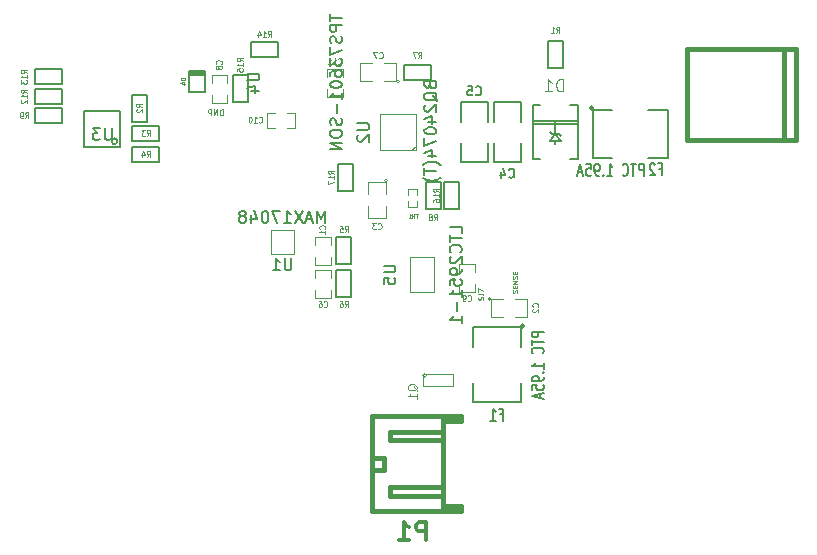
<source format=gbo>
G04 (created by PCBNEW (2013-05-31 BZR 4019)-stable) date 3/21/2014 3:32:42 PM*
%MOIN*%
G04 Gerber Fmt 3.4, Leading zero omitted, Abs format*
%FSLAX34Y34*%
G01*
G70*
G90*
G04 APERTURE LIST*
%ADD10C,0.00590551*%
%ADD11C,0.00492126*%
%ADD12C,0.0031*%
%ADD13C,0.005*%
%ADD14C,0.015*%
%ADD15C,0.0047*%
%ADD16C,0.0039*%
%ADD17C,0.006*%
%ADD18C,0.0028*%
%ADD19C,0.0019685*%
%ADD20C,0.0045*%
%ADD21C,0.012*%
%ADD22C,0.0043*%
%ADD23C,0.0035*%
G04 APERTURE END LIST*
G54D10*
G54D11*
X87023Y-48639D02*
X87023Y-48442D01*
X86976Y-48442D01*
X86948Y-48452D01*
X86929Y-48470D01*
X86919Y-48489D01*
X86910Y-48527D01*
X86910Y-48555D01*
X86919Y-48592D01*
X86929Y-48611D01*
X86948Y-48630D01*
X86976Y-48639D01*
X87023Y-48639D01*
X86826Y-48639D02*
X86826Y-48442D01*
X86713Y-48639D01*
X86713Y-48442D01*
X86620Y-48639D02*
X86620Y-48442D01*
X86545Y-48442D01*
X86526Y-48452D01*
X86516Y-48461D01*
X86507Y-48480D01*
X86507Y-48508D01*
X86516Y-48527D01*
X86526Y-48536D01*
X86545Y-48545D01*
X86620Y-48545D01*
G54D12*
X93799Y-57312D02*
G75*
G03X93799Y-57312I-62J0D01*
G74*
G01*
X94700Y-57650D02*
X94700Y-57250D01*
X93675Y-57650D02*
X93675Y-57250D01*
X94700Y-57250D02*
X93675Y-57250D01*
X93675Y-57650D02*
X94700Y-57650D01*
G54D13*
X80750Y-48900D02*
X81650Y-48900D01*
X81650Y-48900D02*
X81650Y-48400D01*
X81650Y-48400D02*
X80750Y-48400D01*
X80750Y-48400D02*
X80750Y-48900D01*
X80750Y-47600D02*
X81650Y-47600D01*
X81650Y-47600D02*
X81650Y-47100D01*
X81650Y-47100D02*
X80750Y-47100D01*
X80750Y-47100D02*
X80750Y-47600D01*
X91350Y-51150D02*
X91350Y-50250D01*
X91350Y-50250D02*
X90850Y-50250D01*
X90850Y-50250D02*
X90850Y-51150D01*
X90850Y-51150D02*
X91350Y-51150D01*
X80750Y-48250D02*
X81650Y-48250D01*
X81650Y-48250D02*
X81650Y-47750D01*
X81650Y-47750D02*
X80750Y-47750D01*
X80750Y-47750D02*
X80750Y-48250D01*
X90800Y-53800D02*
X90800Y-54700D01*
X90800Y-54700D02*
X91300Y-54700D01*
X91300Y-54700D02*
X91300Y-53800D01*
X91300Y-53800D02*
X90800Y-53800D01*
X90800Y-52700D02*
X90800Y-53600D01*
X90800Y-53600D02*
X91300Y-53600D01*
X91300Y-53600D02*
X91300Y-52700D01*
X91300Y-52700D02*
X90800Y-52700D01*
X84900Y-49700D02*
X84000Y-49700D01*
X84000Y-49700D02*
X84000Y-50200D01*
X84000Y-50200D02*
X84900Y-50200D01*
X84900Y-50200D02*
X84900Y-49700D01*
X84900Y-49000D02*
X84000Y-49000D01*
X84000Y-49000D02*
X84000Y-49500D01*
X84000Y-49500D02*
X84900Y-49500D01*
X84900Y-49500D02*
X84900Y-49000D01*
X98350Y-47050D02*
X98350Y-46150D01*
X98350Y-46150D02*
X97850Y-46150D01*
X97850Y-46150D02*
X97850Y-47050D01*
X97850Y-47050D02*
X98350Y-47050D01*
X88850Y-46200D02*
X87950Y-46200D01*
X87950Y-46200D02*
X87950Y-46700D01*
X87950Y-46700D02*
X88850Y-46700D01*
X88850Y-46700D02*
X88850Y-46200D01*
X87850Y-48200D02*
X87850Y-47300D01*
X87850Y-47300D02*
X87350Y-47300D01*
X87350Y-47300D02*
X87350Y-48200D01*
X87350Y-48200D02*
X87850Y-48200D01*
X84000Y-47950D02*
X84000Y-48850D01*
X84000Y-48850D02*
X84500Y-48850D01*
X84500Y-48850D02*
X84500Y-47950D01*
X84500Y-47950D02*
X84000Y-47950D01*
G54D14*
X91994Y-61825D02*
X94947Y-61825D01*
X94947Y-58675D02*
X91994Y-58675D01*
X94947Y-58675D02*
X94947Y-58833D01*
X94356Y-58754D02*
X94947Y-58754D01*
X94947Y-58833D02*
X94356Y-58833D01*
X94947Y-61746D02*
X94356Y-61746D01*
X94356Y-61667D02*
X94947Y-61667D01*
X94947Y-61667D02*
X94947Y-61825D01*
X91994Y-60447D02*
X92388Y-60447D01*
X92388Y-60447D02*
X92388Y-60053D01*
X92388Y-60053D02*
X91994Y-60053D01*
X94356Y-61037D02*
X92585Y-61037D01*
X92585Y-61037D02*
X92585Y-61313D01*
X92585Y-61313D02*
X94356Y-61313D01*
X94356Y-59463D02*
X92585Y-59463D01*
X92585Y-59463D02*
X92585Y-59187D01*
X92585Y-59187D02*
X94356Y-59187D01*
X91994Y-61825D02*
X91994Y-58675D01*
X94356Y-58675D02*
X94356Y-61825D01*
X91994Y-60762D02*
X91994Y-60880D01*
G54D15*
X95406Y-54247D02*
X95406Y-54522D01*
X95406Y-53853D02*
X95406Y-53578D01*
X94894Y-54247D02*
X94894Y-54522D01*
X94894Y-53578D02*
X94894Y-53853D01*
X94900Y-54522D02*
X95400Y-54522D01*
X95400Y-53578D02*
X94900Y-53578D01*
X90606Y-53347D02*
X90606Y-53622D01*
X90606Y-52953D02*
X90606Y-52678D01*
X90094Y-53347D02*
X90094Y-53622D01*
X90094Y-52678D02*
X90094Y-52953D01*
X90100Y-53622D02*
X90600Y-53622D01*
X90600Y-52678D02*
X90100Y-52678D01*
G54D14*
X105717Y-46434D02*
X105717Y-49466D01*
X106111Y-46434D02*
X106111Y-49466D01*
X106111Y-49466D02*
X102489Y-49466D01*
X102489Y-49466D02*
X102489Y-46434D01*
X102489Y-46434D02*
X106111Y-46434D01*
G54D15*
X86644Y-47553D02*
X86644Y-47278D01*
X86644Y-47947D02*
X86644Y-48222D01*
X87156Y-47553D02*
X87156Y-47278D01*
X87156Y-48222D02*
X87156Y-47947D01*
X87150Y-47278D02*
X86650Y-47278D01*
X86650Y-48222D02*
X87150Y-48222D01*
G54D13*
X99370Y-48400D02*
G75*
G03X99370Y-48400I-70J0D01*
G74*
G01*
X101200Y-48450D02*
X101850Y-48450D01*
X101850Y-48450D02*
X101850Y-50050D01*
X101850Y-50050D02*
X101200Y-50050D01*
X100000Y-50050D02*
X99350Y-50050D01*
X99350Y-50050D02*
X99350Y-48450D01*
X99350Y-48450D02*
X100000Y-48450D01*
X97070Y-55650D02*
G75*
G03X97070Y-55650I-70J0D01*
G74*
G01*
X96950Y-57550D02*
X96950Y-58200D01*
X96950Y-58200D02*
X95350Y-58200D01*
X95350Y-58200D02*
X95350Y-57550D01*
X95350Y-56350D02*
X95350Y-55700D01*
X95350Y-55700D02*
X96950Y-55700D01*
X96950Y-55700D02*
X96950Y-56350D01*
X96050Y-48200D02*
X96950Y-48200D01*
X96950Y-48200D02*
X96950Y-48850D01*
X96050Y-49550D02*
X96050Y-50200D01*
X96050Y-50200D02*
X96950Y-50200D01*
X96950Y-50200D02*
X96950Y-49550D01*
X96050Y-48850D02*
X96050Y-48200D01*
G54D16*
X92500Y-50800D02*
G75*
G03X92500Y-50800I-50J0D01*
G74*
G01*
X92450Y-51250D02*
X92450Y-50850D01*
X92450Y-50850D02*
X91850Y-50850D01*
X91850Y-50850D02*
X91850Y-51250D01*
X91850Y-51650D02*
X91850Y-52050D01*
X91850Y-52050D02*
X92450Y-52050D01*
X92450Y-52050D02*
X92450Y-51650D01*
G54D13*
X93775Y-50850D02*
X93775Y-51750D01*
X93775Y-51750D02*
X94275Y-51750D01*
X94275Y-51750D02*
X94275Y-50850D01*
X94275Y-50850D02*
X93775Y-50850D01*
X93950Y-46950D02*
X93050Y-46950D01*
X93050Y-46950D02*
X93050Y-47450D01*
X93050Y-47450D02*
X93950Y-47450D01*
X93950Y-47450D02*
X93950Y-46950D01*
X94950Y-48200D02*
X95850Y-48200D01*
X95850Y-48200D02*
X95850Y-48850D01*
X94950Y-49550D02*
X94950Y-50200D01*
X94950Y-50200D02*
X95850Y-50200D01*
X95850Y-50200D02*
X95850Y-49550D01*
X94950Y-48850D02*
X94950Y-48200D01*
G54D16*
X95950Y-54750D02*
G75*
G03X95950Y-54750I-50J0D01*
G74*
G01*
X96350Y-54750D02*
X95950Y-54750D01*
X95950Y-54750D02*
X95950Y-55350D01*
X95950Y-55350D02*
X96350Y-55350D01*
X96750Y-55350D02*
X97150Y-55350D01*
X97150Y-55350D02*
X97150Y-54750D01*
X97150Y-54750D02*
X96750Y-54750D01*
X92900Y-47500D02*
G75*
G03X92900Y-47500I-50J0D01*
G74*
G01*
X92400Y-47500D02*
X92800Y-47500D01*
X92800Y-47500D02*
X92800Y-46900D01*
X92800Y-46900D02*
X92400Y-46900D01*
X92000Y-46900D02*
X91600Y-46900D01*
X91600Y-46900D02*
X91600Y-47500D01*
X91600Y-47500D02*
X92000Y-47500D01*
G54D17*
X83500Y-49500D02*
G75*
G03X83500Y-49500I-100J0D01*
G74*
G01*
X82400Y-49700D02*
X83600Y-49700D01*
X83600Y-49700D02*
X83600Y-48500D01*
X83600Y-48500D02*
X82400Y-48500D01*
X82400Y-48500D02*
X82400Y-49700D01*
G54D13*
X98100Y-49500D02*
X98100Y-49580D01*
X98850Y-50100D02*
X98850Y-48300D01*
X98850Y-48300D02*
X98600Y-48300D01*
X97350Y-48940D02*
X98850Y-48940D01*
X97350Y-48810D02*
X98850Y-48810D01*
X97600Y-50100D02*
X97350Y-50100D01*
X97350Y-50100D02*
X97350Y-48300D01*
X97350Y-48300D02*
X97600Y-48300D01*
X98600Y-50100D02*
X98850Y-50100D01*
X98100Y-49250D02*
X98287Y-49500D01*
X98287Y-49500D02*
X98100Y-49500D01*
X98100Y-49500D02*
X97913Y-49500D01*
X97913Y-49500D02*
X98100Y-49250D01*
X98100Y-49250D02*
X98225Y-49250D01*
X98225Y-49250D02*
X98287Y-49312D01*
X98100Y-49250D02*
X97975Y-49250D01*
X97975Y-49250D02*
X97913Y-49188D01*
X98100Y-49250D02*
X98100Y-48813D01*
X86426Y-47185D02*
X85874Y-47185D01*
X85874Y-47224D02*
X86426Y-47224D01*
X86426Y-47264D02*
X85874Y-47264D01*
X86426Y-47303D02*
X85874Y-47303D01*
X86426Y-47146D02*
X86426Y-47854D01*
X86426Y-47854D02*
X85874Y-47854D01*
X85874Y-47854D02*
X85874Y-47146D01*
X85874Y-47146D02*
X86426Y-47146D01*
G54D15*
X90606Y-54447D02*
X90606Y-54722D01*
X90606Y-54053D02*
X90606Y-53778D01*
X90094Y-54447D02*
X90094Y-54722D01*
X90094Y-53778D02*
X90094Y-54053D01*
X90100Y-54722D02*
X90600Y-54722D01*
X90600Y-53778D02*
X90100Y-53778D01*
X89147Y-48544D02*
X89422Y-48544D01*
X88753Y-48544D02*
X88478Y-48544D01*
X89147Y-49056D02*
X89422Y-49056D01*
X88478Y-49056D02*
X88753Y-49056D01*
X89422Y-49050D02*
X89422Y-48550D01*
X88478Y-48550D02*
X88478Y-49050D01*
G54D18*
X93200Y-51300D02*
X93200Y-51100D01*
X93200Y-51100D02*
X93500Y-51100D01*
X93500Y-51100D02*
X93500Y-51300D01*
X93200Y-51500D02*
X93200Y-51700D01*
X93200Y-51700D02*
X93500Y-51700D01*
X93500Y-51700D02*
X93500Y-51500D01*
G54D13*
X94400Y-50850D02*
X94400Y-51750D01*
X94400Y-51750D02*
X94900Y-51750D01*
X94900Y-51750D02*
X94900Y-50850D01*
X94900Y-50850D02*
X94400Y-50850D01*
G54D15*
X90494Y-47353D02*
X90494Y-47078D01*
X90494Y-47747D02*
X90494Y-48022D01*
X91006Y-47353D02*
X91006Y-47078D01*
X91006Y-48022D02*
X91006Y-47747D01*
X91000Y-47078D02*
X90500Y-47078D01*
X90500Y-48022D02*
X91000Y-48022D01*
G54D19*
X93302Y-49790D02*
X93440Y-49652D01*
X93440Y-49790D02*
X93440Y-48609D01*
X93440Y-48609D02*
X92259Y-48609D01*
X92259Y-48609D02*
X92259Y-49790D01*
X92259Y-49790D02*
X93440Y-49790D01*
X94043Y-54540D02*
X93256Y-54540D01*
X94043Y-53359D02*
X93256Y-53359D01*
X93256Y-54540D02*
X93256Y-53359D01*
X94043Y-53359D02*
X94043Y-54540D01*
X89393Y-52456D02*
X88606Y-52456D01*
X88606Y-52456D02*
X88606Y-53243D01*
X88606Y-53243D02*
X89393Y-53243D01*
X89393Y-53243D02*
X89393Y-52456D01*
G54D15*
X93500Y-57821D02*
X93485Y-57792D01*
X93457Y-57764D01*
X93414Y-57721D01*
X93400Y-57692D01*
X93400Y-57664D01*
X93471Y-57678D02*
X93457Y-57650D01*
X93428Y-57621D01*
X93371Y-57607D01*
X93271Y-57607D01*
X93214Y-57621D01*
X93185Y-57650D01*
X93171Y-57678D01*
X93171Y-57735D01*
X93185Y-57764D01*
X93214Y-57792D01*
X93271Y-57807D01*
X93371Y-57807D01*
X93428Y-57792D01*
X93457Y-57764D01*
X93471Y-57735D01*
X93471Y-57678D01*
X93471Y-58092D02*
X93471Y-57921D01*
X93471Y-58007D02*
X93171Y-58007D01*
X93214Y-57978D01*
X93242Y-57950D01*
X93257Y-57921D01*
G54D20*
X80430Y-48730D02*
X80490Y-48635D01*
X80532Y-48730D02*
X80532Y-48530D01*
X80464Y-48530D01*
X80447Y-48540D01*
X80438Y-48550D01*
X80430Y-48569D01*
X80430Y-48597D01*
X80438Y-48616D01*
X80447Y-48626D01*
X80464Y-48635D01*
X80532Y-48635D01*
X80344Y-48730D02*
X80310Y-48730D01*
X80292Y-48721D01*
X80284Y-48711D01*
X80267Y-48683D01*
X80258Y-48645D01*
X80258Y-48569D01*
X80267Y-48550D01*
X80275Y-48540D01*
X80292Y-48530D01*
X80327Y-48530D01*
X80344Y-48540D01*
X80352Y-48550D01*
X80361Y-48569D01*
X80361Y-48616D01*
X80352Y-48635D01*
X80344Y-48645D01*
X80327Y-48654D01*
X80292Y-48654D01*
X80275Y-48645D01*
X80267Y-48635D01*
X80258Y-48616D01*
X80480Y-47234D02*
X80385Y-47174D01*
X80480Y-47131D02*
X80280Y-47131D01*
X80280Y-47200D01*
X80290Y-47217D01*
X80300Y-47225D01*
X80319Y-47234D01*
X80347Y-47234D01*
X80366Y-47225D01*
X80376Y-47217D01*
X80385Y-47200D01*
X80385Y-47131D01*
X80480Y-47405D02*
X80480Y-47302D01*
X80480Y-47354D02*
X80280Y-47354D01*
X80309Y-47337D01*
X80328Y-47320D01*
X80338Y-47302D01*
X80280Y-47465D02*
X80280Y-47577D01*
X80357Y-47517D01*
X80357Y-47542D01*
X80366Y-47560D01*
X80376Y-47568D01*
X80395Y-47577D01*
X80442Y-47577D01*
X80461Y-47568D01*
X80471Y-47560D01*
X80480Y-47542D01*
X80480Y-47491D01*
X80471Y-47474D01*
X80461Y-47465D01*
X90730Y-50584D02*
X90635Y-50524D01*
X90730Y-50481D02*
X90530Y-50481D01*
X90530Y-50550D01*
X90540Y-50567D01*
X90550Y-50575D01*
X90569Y-50584D01*
X90597Y-50584D01*
X90616Y-50575D01*
X90626Y-50567D01*
X90635Y-50550D01*
X90635Y-50481D01*
X90730Y-50755D02*
X90730Y-50652D01*
X90730Y-50704D02*
X90530Y-50704D01*
X90559Y-50687D01*
X90578Y-50670D01*
X90588Y-50652D01*
X90530Y-50815D02*
X90530Y-50935D01*
X90730Y-50858D01*
X80480Y-47884D02*
X80385Y-47824D01*
X80480Y-47781D02*
X80280Y-47781D01*
X80280Y-47850D01*
X80290Y-47867D01*
X80300Y-47875D01*
X80319Y-47884D01*
X80347Y-47884D01*
X80366Y-47875D01*
X80376Y-47867D01*
X80385Y-47850D01*
X80385Y-47781D01*
X80480Y-48055D02*
X80480Y-47952D01*
X80480Y-48004D02*
X80280Y-48004D01*
X80309Y-47987D01*
X80328Y-47970D01*
X80338Y-47952D01*
X80300Y-48124D02*
X80290Y-48132D01*
X80280Y-48150D01*
X80280Y-48192D01*
X80290Y-48210D01*
X80300Y-48218D01*
X80319Y-48227D01*
X80338Y-48227D01*
X80366Y-48218D01*
X80480Y-48115D01*
X80480Y-48227D01*
X91080Y-55030D02*
X91140Y-54935D01*
X91182Y-55030D02*
X91182Y-54830D01*
X91114Y-54830D01*
X91097Y-54840D01*
X91088Y-54850D01*
X91080Y-54869D01*
X91080Y-54897D01*
X91088Y-54916D01*
X91097Y-54926D01*
X91114Y-54935D01*
X91182Y-54935D01*
X90925Y-54830D02*
X90960Y-54830D01*
X90977Y-54840D01*
X90985Y-54850D01*
X91002Y-54878D01*
X91011Y-54916D01*
X91011Y-54992D01*
X91002Y-55011D01*
X90994Y-55021D01*
X90977Y-55030D01*
X90942Y-55030D01*
X90925Y-55021D01*
X90917Y-55011D01*
X90908Y-54992D01*
X90908Y-54945D01*
X90917Y-54926D01*
X90925Y-54916D01*
X90942Y-54907D01*
X90977Y-54907D01*
X90994Y-54916D01*
X91002Y-54926D01*
X91011Y-54945D01*
X91080Y-52530D02*
X91140Y-52435D01*
X91182Y-52530D02*
X91182Y-52330D01*
X91114Y-52330D01*
X91097Y-52340D01*
X91088Y-52350D01*
X91080Y-52369D01*
X91080Y-52397D01*
X91088Y-52416D01*
X91097Y-52426D01*
X91114Y-52435D01*
X91182Y-52435D01*
X90917Y-52330D02*
X91002Y-52330D01*
X91011Y-52426D01*
X91002Y-52416D01*
X90985Y-52407D01*
X90942Y-52407D01*
X90925Y-52416D01*
X90917Y-52426D01*
X90908Y-52445D01*
X90908Y-52492D01*
X90917Y-52511D01*
X90925Y-52521D01*
X90942Y-52530D01*
X90985Y-52530D01*
X91002Y-52521D01*
X91011Y-52511D01*
X84480Y-50030D02*
X84540Y-49935D01*
X84582Y-50030D02*
X84582Y-49830D01*
X84514Y-49830D01*
X84497Y-49840D01*
X84488Y-49850D01*
X84480Y-49869D01*
X84480Y-49897D01*
X84488Y-49916D01*
X84497Y-49926D01*
X84514Y-49935D01*
X84582Y-49935D01*
X84325Y-49897D02*
X84325Y-50030D01*
X84368Y-49821D02*
X84411Y-49964D01*
X84300Y-49964D01*
X84480Y-49330D02*
X84540Y-49235D01*
X84582Y-49330D02*
X84582Y-49130D01*
X84514Y-49130D01*
X84497Y-49140D01*
X84488Y-49150D01*
X84480Y-49169D01*
X84480Y-49197D01*
X84488Y-49216D01*
X84497Y-49226D01*
X84514Y-49235D01*
X84582Y-49235D01*
X84420Y-49130D02*
X84308Y-49130D01*
X84368Y-49207D01*
X84342Y-49207D01*
X84325Y-49216D01*
X84317Y-49226D01*
X84308Y-49245D01*
X84308Y-49292D01*
X84317Y-49311D01*
X84325Y-49321D01*
X84342Y-49330D01*
X84394Y-49330D01*
X84411Y-49321D01*
X84420Y-49311D01*
X98130Y-45880D02*
X98190Y-45785D01*
X98232Y-45880D02*
X98232Y-45680D01*
X98164Y-45680D01*
X98147Y-45690D01*
X98138Y-45700D01*
X98130Y-45719D01*
X98130Y-45747D01*
X98138Y-45766D01*
X98147Y-45776D01*
X98164Y-45785D01*
X98232Y-45785D01*
X97958Y-45880D02*
X98061Y-45880D01*
X98010Y-45880D02*
X98010Y-45680D01*
X98027Y-45709D01*
X98044Y-45728D01*
X98061Y-45738D01*
X88515Y-46030D02*
X88575Y-45935D01*
X88618Y-46030D02*
X88618Y-45830D01*
X88550Y-45830D01*
X88532Y-45840D01*
X88524Y-45850D01*
X88515Y-45869D01*
X88515Y-45897D01*
X88524Y-45916D01*
X88532Y-45926D01*
X88550Y-45935D01*
X88618Y-45935D01*
X88344Y-46030D02*
X88447Y-46030D01*
X88395Y-46030D02*
X88395Y-45830D01*
X88412Y-45859D01*
X88430Y-45878D01*
X88447Y-45888D01*
X88190Y-45897D02*
X88190Y-46030D01*
X88232Y-45821D02*
X88275Y-45964D01*
X88164Y-45964D01*
X87680Y-46834D02*
X87585Y-46774D01*
X87680Y-46731D02*
X87480Y-46731D01*
X87480Y-46800D01*
X87490Y-46817D01*
X87500Y-46825D01*
X87519Y-46834D01*
X87547Y-46834D01*
X87566Y-46825D01*
X87576Y-46817D01*
X87585Y-46800D01*
X87585Y-46731D01*
X87680Y-47005D02*
X87680Y-46902D01*
X87680Y-46954D02*
X87480Y-46954D01*
X87509Y-46937D01*
X87528Y-46920D01*
X87538Y-46902D01*
X87480Y-47168D02*
X87480Y-47082D01*
X87576Y-47074D01*
X87566Y-47082D01*
X87557Y-47100D01*
X87557Y-47142D01*
X87566Y-47160D01*
X87576Y-47168D01*
X87595Y-47177D01*
X87642Y-47177D01*
X87661Y-47168D01*
X87671Y-47160D01*
X87680Y-47142D01*
X87680Y-47100D01*
X87671Y-47082D01*
X87661Y-47074D01*
X84330Y-48370D02*
X84235Y-48310D01*
X84330Y-48267D02*
X84130Y-48267D01*
X84130Y-48335D01*
X84140Y-48352D01*
X84150Y-48361D01*
X84169Y-48370D01*
X84197Y-48370D01*
X84216Y-48361D01*
X84226Y-48352D01*
X84235Y-48335D01*
X84235Y-48267D01*
X84150Y-48438D02*
X84140Y-48447D01*
X84130Y-48464D01*
X84130Y-48507D01*
X84140Y-48524D01*
X84150Y-48532D01*
X84169Y-48541D01*
X84188Y-48541D01*
X84216Y-48532D01*
X84330Y-48430D01*
X84330Y-48541D01*
G54D21*
X93792Y-62792D02*
X93792Y-62192D01*
X93564Y-62192D01*
X93507Y-62221D01*
X93478Y-62250D01*
X93450Y-62307D01*
X93450Y-62392D01*
X93478Y-62450D01*
X93507Y-62478D01*
X93564Y-62507D01*
X93792Y-62507D01*
X92878Y-62792D02*
X93221Y-62792D01*
X93050Y-62792D02*
X93050Y-62192D01*
X93107Y-62278D01*
X93164Y-62335D01*
X93221Y-62364D01*
G54D20*
X95180Y-54811D02*
X95188Y-54821D01*
X95214Y-54830D01*
X95231Y-54830D01*
X95257Y-54821D01*
X95274Y-54802D01*
X95282Y-54783D01*
X95291Y-54745D01*
X95291Y-54716D01*
X95282Y-54678D01*
X95274Y-54659D01*
X95257Y-54640D01*
X95231Y-54630D01*
X95214Y-54630D01*
X95188Y-54640D01*
X95180Y-54650D01*
X95094Y-54830D02*
X95060Y-54830D01*
X95042Y-54821D01*
X95034Y-54811D01*
X95017Y-54783D01*
X95008Y-54745D01*
X95008Y-54669D01*
X95017Y-54650D01*
X95025Y-54640D01*
X95042Y-54630D01*
X95077Y-54630D01*
X95094Y-54640D01*
X95102Y-54650D01*
X95111Y-54669D01*
X95111Y-54716D01*
X95102Y-54735D01*
X95094Y-54745D01*
X95077Y-54754D01*
X95042Y-54754D01*
X95025Y-54745D01*
X95017Y-54735D01*
X95008Y-54716D01*
X90411Y-52420D02*
X90421Y-52411D01*
X90430Y-52385D01*
X90430Y-52368D01*
X90421Y-52342D01*
X90402Y-52325D01*
X90383Y-52317D01*
X90345Y-52308D01*
X90316Y-52308D01*
X90278Y-52317D01*
X90259Y-52325D01*
X90240Y-52342D01*
X90230Y-52368D01*
X90230Y-52385D01*
X90240Y-52411D01*
X90250Y-52420D01*
X90430Y-52591D02*
X90430Y-52488D01*
X90430Y-52540D02*
X90230Y-52540D01*
X90259Y-52522D01*
X90278Y-52505D01*
X90288Y-52488D01*
X86961Y-46920D02*
X86971Y-46911D01*
X86980Y-46885D01*
X86980Y-46868D01*
X86971Y-46842D01*
X86952Y-46825D01*
X86933Y-46817D01*
X86895Y-46808D01*
X86866Y-46808D01*
X86828Y-46817D01*
X86809Y-46825D01*
X86790Y-46842D01*
X86780Y-46868D01*
X86780Y-46885D01*
X86790Y-46911D01*
X86800Y-46920D01*
X86866Y-47022D02*
X86857Y-47005D01*
X86847Y-46997D01*
X86828Y-46988D01*
X86819Y-46988D01*
X86800Y-46997D01*
X86790Y-47005D01*
X86780Y-47022D01*
X86780Y-47057D01*
X86790Y-47074D01*
X86800Y-47082D01*
X86819Y-47091D01*
X86828Y-47091D01*
X86847Y-47082D01*
X86857Y-47074D01*
X86866Y-47057D01*
X86866Y-47022D01*
X86876Y-47005D01*
X86885Y-46997D01*
X86904Y-46988D01*
X86942Y-46988D01*
X86961Y-46997D01*
X86971Y-47005D01*
X86980Y-47022D01*
X86980Y-47057D01*
X86971Y-47074D01*
X86961Y-47082D01*
X86942Y-47091D01*
X86904Y-47091D01*
X86885Y-47082D01*
X86876Y-47074D01*
X86866Y-47057D01*
G54D13*
X101559Y-50432D02*
X101659Y-50432D01*
X101659Y-50641D02*
X101659Y-50241D01*
X101517Y-50241D01*
X101417Y-50280D02*
X101402Y-50260D01*
X101374Y-50241D01*
X101302Y-50241D01*
X101274Y-50260D01*
X101259Y-50280D01*
X101245Y-50318D01*
X101245Y-50356D01*
X101259Y-50413D01*
X101431Y-50641D01*
X101245Y-50641D01*
X101045Y-50651D02*
X101045Y-50251D01*
X100931Y-50251D01*
X100902Y-50270D01*
X100888Y-50290D01*
X100874Y-50328D01*
X100874Y-50385D01*
X100888Y-50423D01*
X100902Y-50442D01*
X100931Y-50461D01*
X101045Y-50461D01*
X100788Y-50251D02*
X100617Y-50251D01*
X100702Y-50651D02*
X100702Y-50251D01*
X100345Y-50613D02*
X100360Y-50632D01*
X100402Y-50651D01*
X100431Y-50651D01*
X100474Y-50632D01*
X100502Y-50594D01*
X100517Y-50556D01*
X100531Y-50480D01*
X100531Y-50423D01*
X100517Y-50347D01*
X100502Y-50309D01*
X100474Y-50270D01*
X100431Y-50251D01*
X100402Y-50251D01*
X100360Y-50270D01*
X100345Y-50290D01*
X99831Y-50651D02*
X100002Y-50651D01*
X99917Y-50651D02*
X99917Y-50251D01*
X99945Y-50309D01*
X99974Y-50347D01*
X100002Y-50366D01*
X99702Y-50613D02*
X99688Y-50632D01*
X99702Y-50651D01*
X99717Y-50632D01*
X99702Y-50613D01*
X99702Y-50651D01*
X99545Y-50651D02*
X99488Y-50651D01*
X99460Y-50632D01*
X99445Y-50613D01*
X99417Y-50556D01*
X99402Y-50480D01*
X99402Y-50328D01*
X99417Y-50290D01*
X99431Y-50270D01*
X99460Y-50251D01*
X99517Y-50251D01*
X99545Y-50270D01*
X99560Y-50290D01*
X99574Y-50328D01*
X99574Y-50423D01*
X99560Y-50461D01*
X99545Y-50480D01*
X99517Y-50499D01*
X99460Y-50499D01*
X99431Y-50480D01*
X99417Y-50461D01*
X99402Y-50423D01*
X99131Y-50251D02*
X99274Y-50251D01*
X99288Y-50442D01*
X99274Y-50423D01*
X99245Y-50404D01*
X99174Y-50404D01*
X99145Y-50423D01*
X99131Y-50442D01*
X99117Y-50480D01*
X99117Y-50575D01*
X99131Y-50613D01*
X99145Y-50632D01*
X99174Y-50651D01*
X99245Y-50651D01*
X99274Y-50632D01*
X99288Y-50613D01*
X99002Y-50537D02*
X98860Y-50537D01*
X99031Y-50651D02*
X98931Y-50251D01*
X98831Y-50651D01*
X96249Y-58602D02*
X96349Y-58602D01*
X96349Y-58811D02*
X96349Y-58411D01*
X96207Y-58411D01*
X95935Y-58811D02*
X96107Y-58811D01*
X96021Y-58811D02*
X96021Y-58411D01*
X96049Y-58469D01*
X96078Y-58507D01*
X96107Y-58526D01*
X97711Y-55864D02*
X97311Y-55864D01*
X97311Y-55978D01*
X97330Y-56007D01*
X97350Y-56021D01*
X97388Y-56035D01*
X97445Y-56035D01*
X97483Y-56021D01*
X97502Y-56007D01*
X97521Y-55978D01*
X97521Y-55864D01*
X97311Y-56121D02*
X97311Y-56292D01*
X97711Y-56207D02*
X97311Y-56207D01*
X97673Y-56564D02*
X97692Y-56550D01*
X97711Y-56507D01*
X97711Y-56478D01*
X97692Y-56435D01*
X97654Y-56407D01*
X97616Y-56392D01*
X97540Y-56378D01*
X97483Y-56378D01*
X97407Y-56392D01*
X97369Y-56407D01*
X97330Y-56435D01*
X97311Y-56478D01*
X97311Y-56507D01*
X97330Y-56550D01*
X97350Y-56564D01*
X97711Y-57078D02*
X97711Y-56907D01*
X97711Y-56992D02*
X97311Y-56992D01*
X97369Y-56964D01*
X97407Y-56935D01*
X97426Y-56907D01*
X97673Y-57207D02*
X97692Y-57221D01*
X97711Y-57207D01*
X97692Y-57192D01*
X97673Y-57207D01*
X97711Y-57207D01*
X97711Y-57364D02*
X97711Y-57421D01*
X97692Y-57450D01*
X97673Y-57464D01*
X97616Y-57492D01*
X97540Y-57507D01*
X97388Y-57507D01*
X97350Y-57492D01*
X97330Y-57478D01*
X97311Y-57450D01*
X97311Y-57392D01*
X97330Y-57364D01*
X97350Y-57350D01*
X97388Y-57335D01*
X97483Y-57335D01*
X97521Y-57350D01*
X97540Y-57364D01*
X97559Y-57392D01*
X97559Y-57450D01*
X97540Y-57478D01*
X97521Y-57492D01*
X97483Y-57507D01*
X97311Y-57778D02*
X97311Y-57635D01*
X97502Y-57621D01*
X97483Y-57635D01*
X97464Y-57664D01*
X97464Y-57735D01*
X97483Y-57764D01*
X97502Y-57778D01*
X97540Y-57792D01*
X97635Y-57792D01*
X97673Y-57778D01*
X97692Y-57764D01*
X97711Y-57735D01*
X97711Y-57664D01*
X97692Y-57635D01*
X97673Y-57621D01*
X97597Y-57907D02*
X97597Y-58049D01*
X97711Y-57878D02*
X97311Y-57978D01*
X97711Y-58078D01*
X96550Y-50692D02*
X96564Y-50707D01*
X96607Y-50721D01*
X96635Y-50721D01*
X96678Y-50707D01*
X96707Y-50678D01*
X96721Y-50650D01*
X96735Y-50592D01*
X96735Y-50550D01*
X96721Y-50492D01*
X96707Y-50464D01*
X96678Y-50435D01*
X96635Y-50421D01*
X96607Y-50421D01*
X96564Y-50435D01*
X96550Y-50450D01*
X96292Y-50521D02*
X96292Y-50721D01*
X96364Y-50407D02*
X96435Y-50621D01*
X96250Y-50621D01*
G54D22*
X92182Y-52410D02*
X92192Y-52420D01*
X92220Y-52429D01*
X92239Y-52429D01*
X92267Y-52420D01*
X92286Y-52401D01*
X92295Y-52382D01*
X92304Y-52345D01*
X92304Y-52317D01*
X92295Y-52279D01*
X92286Y-52260D01*
X92267Y-52242D01*
X92239Y-52232D01*
X92220Y-52232D01*
X92192Y-52242D01*
X92182Y-52251D01*
X92117Y-52232D02*
X91995Y-52232D01*
X92060Y-52307D01*
X92032Y-52307D01*
X92013Y-52317D01*
X92004Y-52326D01*
X91995Y-52345D01*
X91995Y-52392D01*
X92004Y-52410D01*
X92013Y-52420D01*
X92032Y-52429D01*
X92089Y-52429D01*
X92107Y-52420D01*
X92117Y-52410D01*
G54D20*
X94055Y-52130D02*
X94115Y-52035D01*
X94157Y-52130D02*
X94157Y-51930D01*
X94089Y-51930D01*
X94072Y-51940D01*
X94063Y-51950D01*
X94055Y-51969D01*
X94055Y-51997D01*
X94063Y-52016D01*
X94072Y-52026D01*
X94089Y-52035D01*
X94157Y-52035D01*
X93952Y-52016D02*
X93969Y-52007D01*
X93977Y-51997D01*
X93986Y-51978D01*
X93986Y-51969D01*
X93977Y-51950D01*
X93969Y-51940D01*
X93952Y-51930D01*
X93917Y-51930D01*
X93900Y-51940D01*
X93892Y-51950D01*
X93883Y-51969D01*
X93883Y-51978D01*
X93892Y-51997D01*
X93900Y-52007D01*
X93917Y-52016D01*
X93952Y-52016D01*
X93969Y-52026D01*
X93977Y-52035D01*
X93986Y-52054D01*
X93986Y-52092D01*
X93977Y-52111D01*
X93969Y-52121D01*
X93952Y-52130D01*
X93917Y-52130D01*
X93900Y-52121D01*
X93892Y-52111D01*
X93883Y-52092D01*
X93883Y-52054D01*
X93892Y-52035D01*
X93900Y-52026D01*
X93917Y-52016D01*
X93530Y-46730D02*
X93590Y-46635D01*
X93632Y-46730D02*
X93632Y-46530D01*
X93564Y-46530D01*
X93547Y-46540D01*
X93538Y-46550D01*
X93530Y-46569D01*
X93530Y-46597D01*
X93538Y-46616D01*
X93547Y-46626D01*
X93564Y-46635D01*
X93632Y-46635D01*
X93470Y-46530D02*
X93350Y-46530D01*
X93427Y-46730D01*
G54D13*
X95450Y-47942D02*
X95464Y-47957D01*
X95507Y-47971D01*
X95535Y-47971D01*
X95578Y-47957D01*
X95607Y-47928D01*
X95621Y-47900D01*
X95635Y-47842D01*
X95635Y-47800D01*
X95621Y-47742D01*
X95607Y-47714D01*
X95578Y-47685D01*
X95535Y-47671D01*
X95507Y-47671D01*
X95464Y-47685D01*
X95450Y-47700D01*
X95178Y-47671D02*
X95321Y-47671D01*
X95335Y-47814D01*
X95321Y-47800D01*
X95292Y-47785D01*
X95221Y-47785D01*
X95192Y-47800D01*
X95178Y-47814D01*
X95164Y-47842D01*
X95164Y-47914D01*
X95178Y-47942D01*
X95192Y-47957D01*
X95221Y-47971D01*
X95292Y-47971D01*
X95321Y-47957D01*
X95335Y-47942D01*
G54D22*
X97510Y-55017D02*
X97520Y-55007D01*
X97529Y-54979D01*
X97529Y-54960D01*
X97520Y-54932D01*
X97501Y-54913D01*
X97482Y-54904D01*
X97445Y-54895D01*
X97417Y-54895D01*
X97379Y-54904D01*
X97360Y-54913D01*
X97342Y-54932D01*
X97332Y-54960D01*
X97332Y-54979D01*
X97342Y-55007D01*
X97351Y-55017D01*
X97351Y-55092D02*
X97342Y-55101D01*
X97332Y-55120D01*
X97332Y-55167D01*
X97342Y-55186D01*
X97351Y-55195D01*
X97370Y-55204D01*
X97389Y-55204D01*
X97417Y-55195D01*
X97529Y-55082D01*
X97529Y-55204D01*
X92232Y-46710D02*
X92242Y-46720D01*
X92270Y-46729D01*
X92289Y-46729D01*
X92317Y-46720D01*
X92336Y-46701D01*
X92345Y-46682D01*
X92354Y-46645D01*
X92354Y-46617D01*
X92345Y-46579D01*
X92336Y-46560D01*
X92317Y-46542D01*
X92289Y-46532D01*
X92270Y-46532D01*
X92242Y-46542D01*
X92232Y-46551D01*
X92167Y-46532D02*
X92035Y-46532D01*
X92120Y-46729D01*
G54D17*
X83304Y-49061D02*
X83304Y-49385D01*
X83285Y-49423D01*
X83266Y-49442D01*
X83228Y-49461D01*
X83152Y-49461D01*
X83114Y-49442D01*
X83095Y-49423D01*
X83076Y-49385D01*
X83076Y-49061D01*
X82923Y-49061D02*
X82676Y-49061D01*
X82809Y-49214D01*
X82752Y-49214D01*
X82714Y-49233D01*
X82695Y-49252D01*
X82676Y-49290D01*
X82676Y-49385D01*
X82695Y-49423D01*
X82714Y-49442D01*
X82752Y-49461D01*
X82866Y-49461D01*
X82904Y-49442D01*
X82923Y-49423D01*
G54D15*
X98350Y-47829D02*
X98350Y-47435D01*
X98257Y-47435D01*
X98200Y-47454D01*
X98163Y-47491D01*
X98144Y-47529D01*
X98125Y-47604D01*
X98125Y-47660D01*
X98144Y-47735D01*
X98163Y-47773D01*
X98200Y-47810D01*
X98257Y-47829D01*
X98350Y-47829D01*
X97750Y-47829D02*
X97975Y-47829D01*
X97863Y-47829D02*
X97863Y-47435D01*
X97900Y-47491D01*
X97938Y-47529D01*
X97975Y-47548D01*
G54D16*
X85763Y-47384D02*
X85606Y-47384D01*
X85606Y-47421D01*
X85614Y-47443D01*
X85628Y-47458D01*
X85643Y-47466D01*
X85673Y-47473D01*
X85696Y-47473D01*
X85726Y-47466D01*
X85741Y-47458D01*
X85756Y-47443D01*
X85763Y-47421D01*
X85763Y-47384D01*
X85658Y-47608D02*
X85763Y-47608D01*
X85599Y-47571D02*
X85711Y-47533D01*
X85711Y-47630D01*
G54D20*
X90380Y-55011D02*
X90388Y-55021D01*
X90414Y-55030D01*
X90431Y-55030D01*
X90457Y-55021D01*
X90474Y-55002D01*
X90482Y-54983D01*
X90491Y-54945D01*
X90491Y-54916D01*
X90482Y-54878D01*
X90474Y-54859D01*
X90457Y-54840D01*
X90431Y-54830D01*
X90414Y-54830D01*
X90388Y-54840D01*
X90380Y-54850D01*
X90225Y-54830D02*
X90260Y-54830D01*
X90277Y-54840D01*
X90285Y-54850D01*
X90302Y-54878D01*
X90311Y-54916D01*
X90311Y-54992D01*
X90302Y-55011D01*
X90294Y-55021D01*
X90277Y-55030D01*
X90242Y-55030D01*
X90225Y-55021D01*
X90217Y-55011D01*
X90208Y-54992D01*
X90208Y-54945D01*
X90217Y-54926D01*
X90225Y-54916D01*
X90242Y-54907D01*
X90277Y-54907D01*
X90294Y-54916D01*
X90302Y-54926D01*
X90311Y-54945D01*
X88215Y-48861D02*
X88224Y-48871D01*
X88250Y-48880D01*
X88267Y-48880D01*
X88292Y-48871D01*
X88310Y-48852D01*
X88318Y-48833D01*
X88327Y-48795D01*
X88327Y-48766D01*
X88318Y-48728D01*
X88310Y-48709D01*
X88292Y-48690D01*
X88267Y-48680D01*
X88250Y-48680D01*
X88224Y-48690D01*
X88215Y-48700D01*
X88044Y-48880D02*
X88147Y-48880D01*
X88095Y-48880D02*
X88095Y-48680D01*
X88112Y-48709D01*
X88130Y-48728D01*
X88147Y-48738D01*
X87932Y-48680D02*
X87915Y-48680D01*
X87898Y-48690D01*
X87890Y-48700D01*
X87881Y-48719D01*
X87872Y-48757D01*
X87872Y-48804D01*
X87881Y-48842D01*
X87890Y-48861D01*
X87898Y-48871D01*
X87915Y-48880D01*
X87932Y-48880D01*
X87950Y-48871D01*
X87958Y-48861D01*
X87967Y-48842D01*
X87975Y-48804D01*
X87975Y-48757D01*
X87967Y-48719D01*
X87958Y-48700D01*
X87950Y-48690D01*
X87932Y-48680D01*
G54D18*
X93504Y-51917D02*
X93435Y-51917D01*
X93470Y-52055D02*
X93470Y-51917D01*
X93395Y-52055D02*
X93395Y-51917D01*
X93395Y-51983D02*
X93327Y-51983D01*
X93327Y-52055D02*
X93327Y-51917D01*
X93207Y-52055D02*
X93275Y-52055D01*
X93241Y-52055D02*
X93241Y-51917D01*
X93252Y-51937D01*
X93264Y-51950D01*
X93275Y-51957D01*
G54D20*
X94230Y-51184D02*
X94135Y-51124D01*
X94230Y-51081D02*
X94030Y-51081D01*
X94030Y-51150D01*
X94040Y-51167D01*
X94050Y-51175D01*
X94069Y-51184D01*
X94097Y-51184D01*
X94116Y-51175D01*
X94126Y-51167D01*
X94135Y-51150D01*
X94135Y-51081D01*
X94230Y-51355D02*
X94230Y-51252D01*
X94230Y-51304D02*
X94030Y-51304D01*
X94059Y-51287D01*
X94078Y-51270D01*
X94088Y-51252D01*
X94030Y-51510D02*
X94030Y-51475D01*
X94040Y-51458D01*
X94050Y-51450D01*
X94078Y-51432D01*
X94116Y-51424D01*
X94192Y-51424D01*
X94211Y-51432D01*
X94221Y-51441D01*
X94230Y-51458D01*
X94230Y-51492D01*
X94221Y-51510D01*
X94211Y-51518D01*
X94192Y-51527D01*
X94145Y-51527D01*
X94126Y-51518D01*
X94116Y-51510D01*
X94107Y-51492D01*
X94107Y-51458D01*
X94116Y-51441D01*
X94126Y-51432D01*
X94145Y-51424D01*
X90865Y-46911D02*
X90874Y-46921D01*
X90900Y-46930D01*
X90917Y-46930D01*
X90942Y-46921D01*
X90960Y-46902D01*
X90968Y-46883D01*
X90977Y-46845D01*
X90977Y-46816D01*
X90968Y-46778D01*
X90960Y-46759D01*
X90942Y-46740D01*
X90917Y-46730D01*
X90900Y-46730D01*
X90874Y-46740D01*
X90865Y-46750D01*
X90694Y-46930D02*
X90797Y-46930D01*
X90745Y-46930D02*
X90745Y-46730D01*
X90762Y-46759D01*
X90780Y-46778D01*
X90797Y-46788D01*
X90522Y-46930D02*
X90625Y-46930D01*
X90574Y-46930D02*
X90574Y-46730D01*
X90591Y-46759D01*
X90608Y-46778D01*
X90625Y-46788D01*
G54D23*
X95682Y-54782D02*
X95689Y-54760D01*
X95689Y-54721D01*
X95682Y-54706D01*
X95674Y-54699D01*
X95659Y-54691D01*
X95644Y-54691D01*
X95628Y-54699D01*
X95621Y-54706D01*
X95613Y-54721D01*
X95605Y-54752D01*
X95598Y-54767D01*
X95590Y-54775D01*
X95575Y-54782D01*
X95560Y-54782D01*
X95545Y-54775D01*
X95537Y-54767D01*
X95529Y-54752D01*
X95529Y-54714D01*
X95537Y-54691D01*
X95529Y-54577D02*
X95644Y-54577D01*
X95666Y-54584D01*
X95682Y-54600D01*
X95689Y-54622D01*
X95689Y-54638D01*
X95529Y-54516D02*
X95529Y-54409D01*
X95689Y-54478D01*
X96827Y-54553D02*
X96834Y-54530D01*
X96834Y-54492D01*
X96827Y-54477D01*
X96819Y-54469D01*
X96804Y-54462D01*
X96789Y-54462D01*
X96773Y-54469D01*
X96766Y-54477D01*
X96758Y-54492D01*
X96750Y-54523D01*
X96743Y-54538D01*
X96735Y-54545D01*
X96720Y-54553D01*
X96705Y-54553D01*
X96690Y-54545D01*
X96682Y-54538D01*
X96674Y-54523D01*
X96674Y-54484D01*
X96682Y-54462D01*
X96750Y-54393D02*
X96750Y-54340D01*
X96834Y-54317D02*
X96834Y-54393D01*
X96674Y-54393D01*
X96674Y-54317D01*
X96834Y-54248D02*
X96674Y-54248D01*
X96834Y-54157D01*
X96674Y-54157D01*
X96827Y-54088D02*
X96834Y-54065D01*
X96834Y-54027D01*
X96827Y-54012D01*
X96819Y-54004D01*
X96804Y-53997D01*
X96789Y-53997D01*
X96773Y-54004D01*
X96766Y-54012D01*
X96758Y-54027D01*
X96750Y-54058D01*
X96743Y-54073D01*
X96735Y-54081D01*
X96720Y-54088D01*
X96705Y-54088D01*
X96690Y-54081D01*
X96682Y-54073D01*
X96674Y-54058D01*
X96674Y-54020D01*
X96682Y-53997D01*
X96750Y-53928D02*
X96750Y-53875D01*
X96834Y-53852D02*
X96834Y-53928D01*
X96674Y-53928D01*
X96674Y-53852D01*
G54D10*
X91497Y-48896D02*
X91816Y-48896D01*
X91853Y-48914D01*
X91872Y-48933D01*
X91891Y-48971D01*
X91891Y-49046D01*
X91872Y-49083D01*
X91853Y-49102D01*
X91816Y-49121D01*
X91497Y-49121D01*
X91535Y-49289D02*
X91516Y-49308D01*
X91497Y-49346D01*
X91497Y-49439D01*
X91516Y-49477D01*
X91535Y-49496D01*
X91572Y-49514D01*
X91610Y-49514D01*
X91666Y-49496D01*
X91891Y-49271D01*
X91891Y-49514D01*
X93921Y-47636D02*
X93939Y-47692D01*
X93958Y-47711D01*
X93996Y-47730D01*
X94052Y-47730D01*
X94089Y-47711D01*
X94108Y-47692D01*
X94127Y-47655D01*
X94127Y-47505D01*
X93733Y-47505D01*
X93733Y-47636D01*
X93752Y-47674D01*
X93771Y-47692D01*
X93808Y-47711D01*
X93846Y-47711D01*
X93883Y-47692D01*
X93902Y-47674D01*
X93921Y-47636D01*
X93921Y-47505D01*
X94164Y-48161D02*
X94146Y-48124D01*
X94108Y-48086D01*
X94052Y-48030D01*
X94033Y-47992D01*
X94033Y-47955D01*
X94127Y-47974D02*
X94108Y-47936D01*
X94071Y-47899D01*
X93996Y-47880D01*
X93864Y-47880D01*
X93790Y-47899D01*
X93752Y-47936D01*
X93733Y-47974D01*
X93733Y-48049D01*
X93752Y-48086D01*
X93790Y-48124D01*
X93864Y-48142D01*
X93996Y-48142D01*
X94071Y-48124D01*
X94108Y-48086D01*
X94127Y-48049D01*
X94127Y-47974D01*
X93771Y-48292D02*
X93752Y-48311D01*
X93733Y-48349D01*
X93733Y-48442D01*
X93752Y-48480D01*
X93771Y-48499D01*
X93808Y-48517D01*
X93846Y-48517D01*
X93902Y-48499D01*
X94127Y-48274D01*
X94127Y-48517D01*
X93864Y-48855D02*
X94127Y-48855D01*
X93715Y-48761D02*
X93996Y-48667D01*
X93996Y-48911D01*
X93733Y-49136D02*
X93733Y-49173D01*
X93752Y-49211D01*
X93771Y-49230D01*
X93808Y-49248D01*
X93883Y-49267D01*
X93977Y-49267D01*
X94052Y-49248D01*
X94089Y-49230D01*
X94108Y-49211D01*
X94127Y-49173D01*
X94127Y-49136D01*
X94108Y-49098D01*
X94089Y-49080D01*
X94052Y-49061D01*
X93977Y-49042D01*
X93883Y-49042D01*
X93808Y-49061D01*
X93771Y-49080D01*
X93752Y-49098D01*
X93733Y-49136D01*
X93733Y-49398D02*
X93733Y-49661D01*
X94127Y-49492D01*
X93864Y-49980D02*
X94127Y-49980D01*
X93715Y-49886D02*
X93996Y-49792D01*
X93996Y-50036D01*
X94277Y-50298D02*
X94258Y-50280D01*
X94202Y-50242D01*
X94164Y-50223D01*
X94108Y-50205D01*
X94014Y-50186D01*
X93939Y-50186D01*
X93846Y-50205D01*
X93790Y-50223D01*
X93752Y-50242D01*
X93696Y-50280D01*
X93677Y-50298D01*
X93733Y-50392D02*
X93733Y-50617D01*
X94127Y-50505D02*
X93733Y-50505D01*
X94277Y-50711D02*
X94258Y-50729D01*
X94202Y-50767D01*
X94164Y-50786D01*
X94108Y-50804D01*
X94014Y-50823D01*
X93939Y-50823D01*
X93846Y-50804D01*
X93790Y-50786D01*
X93752Y-50767D01*
X93696Y-50729D01*
X93677Y-50711D01*
X92372Y-53650D02*
X92691Y-53650D01*
X92728Y-53668D01*
X92747Y-53687D01*
X92766Y-53725D01*
X92766Y-53800D01*
X92747Y-53837D01*
X92728Y-53856D01*
X92691Y-53875D01*
X92372Y-53875D01*
X92372Y-54249D02*
X92372Y-54062D01*
X92559Y-54043D01*
X92541Y-54062D01*
X92522Y-54099D01*
X92522Y-54193D01*
X92541Y-54231D01*
X92559Y-54249D01*
X92597Y-54268D01*
X92691Y-54268D01*
X92728Y-54249D01*
X92747Y-54231D01*
X92766Y-54193D01*
X92766Y-54099D01*
X92747Y-54062D01*
X92728Y-54043D01*
X94970Y-52543D02*
X94970Y-52356D01*
X94577Y-52356D01*
X94577Y-52618D02*
X94577Y-52843D01*
X94970Y-52731D02*
X94577Y-52731D01*
X94933Y-53200D02*
X94952Y-53181D01*
X94970Y-53125D01*
X94970Y-53087D01*
X94952Y-53031D01*
X94914Y-52993D01*
X94877Y-52975D01*
X94802Y-52956D01*
X94745Y-52956D01*
X94670Y-52975D01*
X94633Y-52993D01*
X94595Y-53031D01*
X94577Y-53087D01*
X94577Y-53125D01*
X94595Y-53181D01*
X94614Y-53200D01*
X94614Y-53350D02*
X94595Y-53368D01*
X94577Y-53406D01*
X94577Y-53500D01*
X94595Y-53537D01*
X94614Y-53556D01*
X94652Y-53575D01*
X94689Y-53575D01*
X94745Y-53556D01*
X94970Y-53331D01*
X94970Y-53575D01*
X94970Y-53762D02*
X94970Y-53837D01*
X94952Y-53875D01*
X94933Y-53893D01*
X94877Y-53931D01*
X94802Y-53950D01*
X94652Y-53950D01*
X94614Y-53931D01*
X94595Y-53912D01*
X94577Y-53875D01*
X94577Y-53800D01*
X94595Y-53762D01*
X94614Y-53743D01*
X94652Y-53725D01*
X94745Y-53725D01*
X94783Y-53743D01*
X94802Y-53762D01*
X94820Y-53800D01*
X94820Y-53875D01*
X94802Y-53912D01*
X94783Y-53931D01*
X94745Y-53950D01*
X94577Y-54306D02*
X94577Y-54118D01*
X94764Y-54099D01*
X94745Y-54118D01*
X94727Y-54156D01*
X94727Y-54249D01*
X94745Y-54287D01*
X94764Y-54306D01*
X94802Y-54324D01*
X94895Y-54324D01*
X94933Y-54306D01*
X94952Y-54287D01*
X94970Y-54249D01*
X94970Y-54156D01*
X94952Y-54118D01*
X94933Y-54099D01*
X94970Y-54699D02*
X94970Y-54474D01*
X94970Y-54587D02*
X94577Y-54587D01*
X94633Y-54549D01*
X94670Y-54512D01*
X94689Y-54474D01*
X94820Y-54868D02*
X94820Y-55168D01*
X94970Y-55562D02*
X94970Y-55337D01*
X94970Y-55449D02*
X94577Y-55449D01*
X94633Y-55412D01*
X94670Y-55374D01*
X94689Y-55337D01*
X89299Y-53403D02*
X89299Y-53721D01*
X89281Y-53759D01*
X89262Y-53778D01*
X89224Y-53796D01*
X89149Y-53796D01*
X89112Y-53778D01*
X89093Y-53759D01*
X89074Y-53721D01*
X89074Y-53403D01*
X88681Y-53796D02*
X88906Y-53796D01*
X88793Y-53796D02*
X88793Y-53403D01*
X88831Y-53459D01*
X88868Y-53496D01*
X88906Y-53515D01*
X90424Y-52221D02*
X90424Y-51828D01*
X90293Y-52109D01*
X90162Y-51828D01*
X90162Y-52221D01*
X89993Y-52109D02*
X89806Y-52109D01*
X90031Y-52221D02*
X89899Y-51828D01*
X89768Y-52221D01*
X89674Y-51828D02*
X89412Y-52221D01*
X89412Y-51828D02*
X89674Y-52221D01*
X89056Y-52221D02*
X89281Y-52221D01*
X89168Y-52221D02*
X89168Y-51828D01*
X89206Y-51884D01*
X89243Y-51921D01*
X89281Y-51940D01*
X88925Y-51828D02*
X88662Y-51828D01*
X88831Y-52221D01*
X88437Y-51828D02*
X88400Y-51828D01*
X88362Y-51847D01*
X88343Y-51865D01*
X88325Y-51903D01*
X88306Y-51978D01*
X88306Y-52071D01*
X88325Y-52146D01*
X88343Y-52184D01*
X88362Y-52203D01*
X88400Y-52221D01*
X88437Y-52221D01*
X88475Y-52203D01*
X88493Y-52184D01*
X88512Y-52146D01*
X88531Y-52071D01*
X88531Y-51978D01*
X88512Y-51903D01*
X88493Y-51865D01*
X88475Y-51847D01*
X88437Y-51828D01*
X87968Y-51959D02*
X87968Y-52221D01*
X88062Y-51809D02*
X88156Y-52090D01*
X87912Y-52090D01*
X87706Y-51996D02*
X87743Y-51978D01*
X87762Y-51959D01*
X87781Y-51921D01*
X87781Y-51903D01*
X87762Y-51865D01*
X87743Y-51847D01*
X87706Y-51828D01*
X87631Y-51828D01*
X87593Y-51847D01*
X87575Y-51865D01*
X87556Y-51903D01*
X87556Y-51921D01*
X87575Y-51959D01*
X87593Y-51978D01*
X87631Y-51996D01*
X87706Y-51996D01*
X87743Y-52015D01*
X87762Y-52034D01*
X87781Y-52071D01*
X87781Y-52146D01*
X87762Y-52184D01*
X87743Y-52203D01*
X87706Y-52221D01*
X87631Y-52221D01*
X87593Y-52203D01*
X87575Y-52184D01*
X87556Y-52146D01*
X87556Y-52071D01*
X87575Y-52034D01*
X87593Y-52015D01*
X87631Y-51996D01*
X87834Y-47250D02*
X88153Y-47250D01*
X88190Y-47268D01*
X88209Y-47287D01*
X88228Y-47325D01*
X88228Y-47400D01*
X88209Y-47437D01*
X88190Y-47456D01*
X88153Y-47475D01*
X87834Y-47475D01*
X87965Y-47831D02*
X88228Y-47831D01*
X87815Y-47737D02*
X88097Y-47643D01*
X88097Y-47887D01*
X90590Y-45272D02*
X90590Y-45497D01*
X90984Y-45384D02*
X90590Y-45384D01*
X90984Y-45628D02*
X90590Y-45628D01*
X90590Y-45778D01*
X90609Y-45815D01*
X90627Y-45834D01*
X90665Y-45853D01*
X90721Y-45853D01*
X90759Y-45834D01*
X90777Y-45815D01*
X90796Y-45778D01*
X90796Y-45628D01*
X90965Y-46003D02*
X90984Y-46059D01*
X90984Y-46153D01*
X90965Y-46190D01*
X90946Y-46209D01*
X90909Y-46228D01*
X90871Y-46228D01*
X90834Y-46209D01*
X90815Y-46190D01*
X90796Y-46153D01*
X90777Y-46078D01*
X90759Y-46040D01*
X90740Y-46022D01*
X90702Y-46003D01*
X90665Y-46003D01*
X90627Y-46022D01*
X90609Y-46040D01*
X90590Y-46078D01*
X90590Y-46172D01*
X90609Y-46228D01*
X90590Y-46359D02*
X90590Y-46621D01*
X90984Y-46453D01*
X90590Y-46734D02*
X90590Y-46978D01*
X90740Y-46846D01*
X90740Y-46903D01*
X90759Y-46940D01*
X90777Y-46959D01*
X90815Y-46978D01*
X90909Y-46978D01*
X90946Y-46959D01*
X90965Y-46940D01*
X90984Y-46903D01*
X90984Y-46790D01*
X90965Y-46753D01*
X90946Y-46734D01*
X90590Y-47315D02*
X90590Y-47240D01*
X90609Y-47203D01*
X90627Y-47184D01*
X90684Y-47146D01*
X90759Y-47128D01*
X90909Y-47128D01*
X90946Y-47146D01*
X90965Y-47165D01*
X90984Y-47203D01*
X90984Y-47278D01*
X90965Y-47315D01*
X90946Y-47334D01*
X90909Y-47353D01*
X90815Y-47353D01*
X90777Y-47334D01*
X90759Y-47315D01*
X90740Y-47278D01*
X90740Y-47203D01*
X90759Y-47165D01*
X90777Y-47146D01*
X90815Y-47128D01*
X90590Y-47596D02*
X90590Y-47634D01*
X90609Y-47671D01*
X90627Y-47690D01*
X90665Y-47709D01*
X90740Y-47728D01*
X90834Y-47728D01*
X90909Y-47709D01*
X90946Y-47690D01*
X90965Y-47671D01*
X90984Y-47634D01*
X90984Y-47596D01*
X90965Y-47559D01*
X90946Y-47540D01*
X90909Y-47521D01*
X90834Y-47503D01*
X90740Y-47503D01*
X90665Y-47521D01*
X90627Y-47540D01*
X90609Y-47559D01*
X90590Y-47596D01*
X90984Y-48103D02*
X90984Y-47878D01*
X90984Y-47990D02*
X90590Y-47990D01*
X90646Y-47953D01*
X90684Y-47915D01*
X90702Y-47878D01*
X90834Y-48271D02*
X90834Y-48571D01*
X90965Y-48740D02*
X90984Y-48796D01*
X90984Y-48890D01*
X90965Y-48927D01*
X90946Y-48946D01*
X90909Y-48965D01*
X90871Y-48965D01*
X90834Y-48946D01*
X90815Y-48927D01*
X90796Y-48890D01*
X90777Y-48815D01*
X90759Y-48777D01*
X90740Y-48759D01*
X90702Y-48740D01*
X90665Y-48740D01*
X90627Y-48759D01*
X90609Y-48777D01*
X90590Y-48815D01*
X90590Y-48909D01*
X90609Y-48965D01*
X90590Y-49209D02*
X90590Y-49284D01*
X90609Y-49321D01*
X90646Y-49359D01*
X90721Y-49377D01*
X90852Y-49377D01*
X90927Y-49359D01*
X90965Y-49321D01*
X90984Y-49284D01*
X90984Y-49209D01*
X90965Y-49171D01*
X90927Y-49134D01*
X90852Y-49115D01*
X90721Y-49115D01*
X90646Y-49134D01*
X90609Y-49171D01*
X90590Y-49209D01*
X90984Y-49546D02*
X90590Y-49546D01*
X90984Y-49771D01*
X90590Y-49771D01*
M02*

</source>
